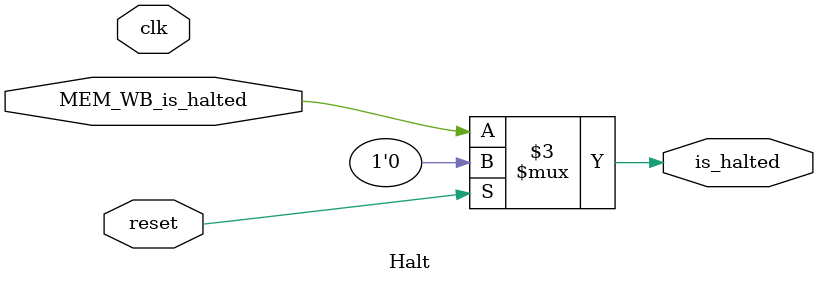
<source format=v>
module Halt(
    input reset,
    input clk,
    input MEM_WB_is_halted,
    output reg is_halted
);
  always @(*) begin // always@(posedge clk), always@(posedge clk or negedge clk)로 할 경우 47 cycle
    if (reset) begin
      is_halted = 1'b0;

    end else begin
      is_halted = MEM_WB_is_halted;

    end
  end
endmodule

</source>
